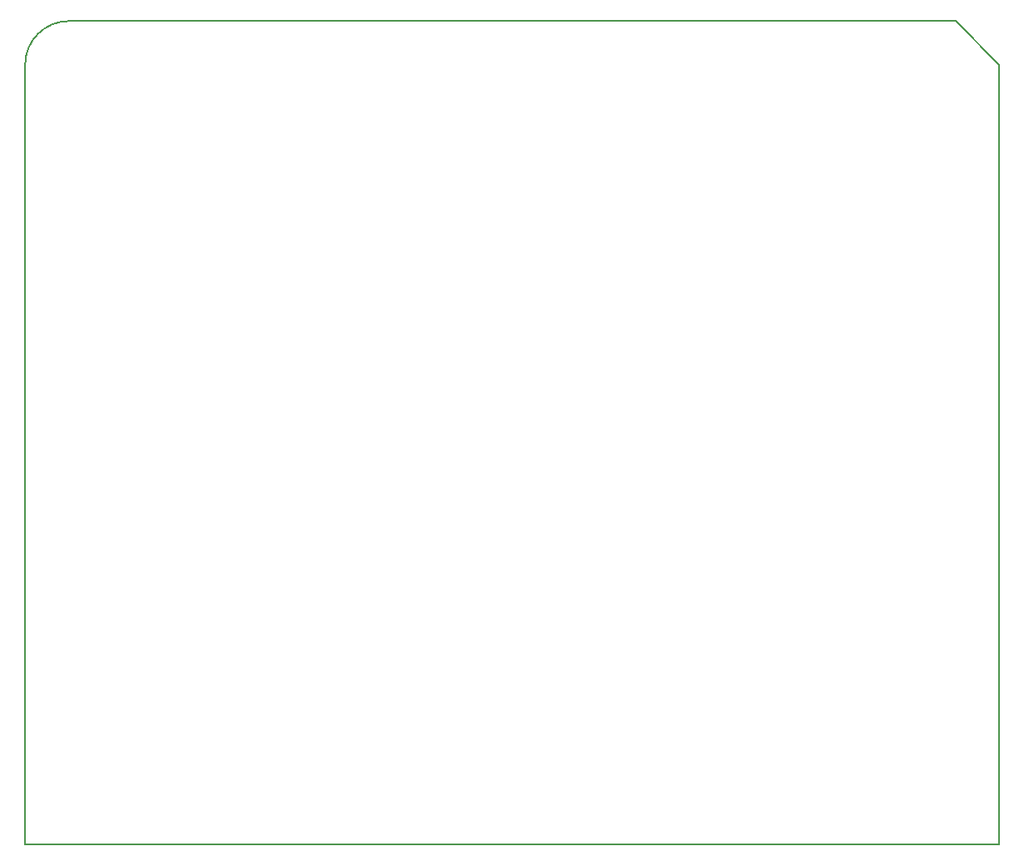
<source format=gm1>
G04 #@! TF.GenerationSoftware,KiCad,Pcbnew,(5.1.5)-3*
G04 #@! TF.CreationDate,2020-10-17T22:19:32+02:00*
G04 #@! TF.ProjectId,RC1 8K ExRAM,52433120-384b-4204-9578-52414d2e6b69,rev?*
G04 #@! TF.SameCoordinates,Original*
G04 #@! TF.FileFunction,Profile,NP*
%FSLAX46Y46*%
G04 Gerber Fmt 4.6, Leading zero omitted, Abs format (unit mm)*
G04 Created by KiCad (PCBNEW (5.1.5)-3) date 2020-10-17 22:19:32*
%MOMM*%
%LPD*%
G04 APERTURE LIST*
%ADD10C,0.150000*%
G04 APERTURE END LIST*
D10*
X95250000Y-74930000D02*
X95250000Y-69215000D01*
X194310000Y-69215000D02*
X194310000Y-74930000D01*
X189865000Y-64770000D02*
X194310000Y-69215000D01*
X99695000Y-64770000D02*
X189865000Y-64770000D01*
X95250000Y-148590000D02*
X95250000Y-74930000D01*
X194310000Y-148590000D02*
X95250000Y-148590000D01*
X194310000Y-148590000D02*
X194310000Y-74930000D01*
X99695000Y-64770000D02*
G75*
G03X95250000Y-69215000I0J-4445000D01*
G01*
M02*

</source>
